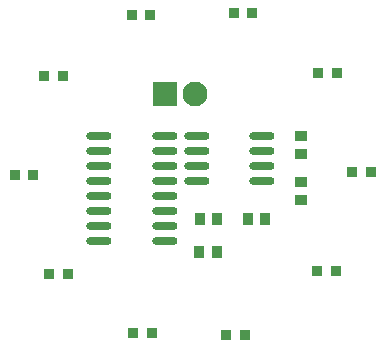
<source format=gts>
G04 Layer: TopSolderMaskLayer*
G04 EasyEDA Pro v2.2.39.2, 2025-06-07 21:32:46*
G04 Gerber Generator version 0.3*
G04 Scale: 100 percent, Rotated: No, Reflected: No*
G04 Dimensions in millimeters*
G04 Leading zeros omitted, absolute positions, 4 integers and 5 decimals*
G04 Generated by one-click*
%FSLAX45Y45*%
%MOMM*%
%AMRoundRect*1,1,$1,$2,$3*1,1,$1,$4,$5*1,1,$1,0-$2,0-$3*1,1,$1,0-$4,0-$5*20,1,$1,$2,$3,$4,$5,0*20,1,$1,$4,$5,0-$2,0-$3,0*20,1,$1,0-$2,0-$3,0-$4,0-$5,0*20,1,$1,0-$4,0-$5,$2,$3,0*4,1,4,$2,$3,$4,$5,0-$2,0-$3,0-$4,0-$5,$2,$3,0*%
%ADD10O,2.1466X0.68961*%
%ADD11RoundRect,0.09691X-1.00183X1.00183X1.00183X1.00183*%
%ADD12C,2.10058*%
%ADD13RoundRect,0.09138X-0.43712X-0.40835X-0.43712X0.40835*%
%ADD14RoundRect,0.09138X-0.40835X0.43712X0.40835X0.43712*%
%ADD15RoundRect,0.09131X-0.40514X0.45514X0.40514X0.45514*%
%ADD16RoundRect,0.0926X-0.40519X-0.40519X-0.40519X0.40519*%
%ADD17RoundRect,0.09131X-0.40519X-0.40519X-0.40519X0.40519*%
G75*


G04 Pad Start*
G54D10*
G01X40259Y317500D03*
G01X40259Y190500D03*
G01X40259Y63500D03*
G01X40259Y-63500D03*
G01X594741Y317500D03*
G01X594741Y190500D03*
G01X594741Y63500D03*
G01X594741Y-63500D03*
G54D11*
G01X-224140Y673100D03*
G54D12*
G01X29860Y673100D03*
G54D13*
G01X926236Y315773D03*
G01X926236Y165100D03*
G01X926236Y-69255D03*
G01X926236Y-219928D03*
G54D14*
G01X60204Y-660400D03*
G01X210877Y-660400D03*
G54D15*
G01X210553Y-381000D03*
G01X70549Y-381000D03*
G01X615292Y-381000D03*
G01X475287Y-381000D03*
G54D10*
G01X-785241Y317500D03*
G01X-789559Y-571500D03*
G01X-789559Y-444500D03*
G01X-785241Y190500D03*
G01X-789559Y-317500D03*
G01X-785241Y63500D03*
G01X-785241Y-63500D03*
G01X-789559Y-190500D03*
G01X-230759Y-571031D03*
G01X-230759Y-444031D03*
G01X-230759Y-317031D03*
G01X-230759Y-190031D03*
G01X-226441Y63969D03*
G01X-226441Y-63031D03*
G01X-226441Y317969D03*
G01X-226441Y190969D03*
G54D17*
G01X-1248410Y825230D03*
G01X-1088390Y825738D03*
G01X-1502176Y-12954D03*
G01X-1342156Y-12446D03*
G01X451226Y-1369521D03*
G01X291206Y-1370029D03*
G01X1355090Y11651D03*
G01X1515110Y12159D03*
G01X-1212108Y-851154D03*
G01X-1052088Y-850646D03*
G01X-499110Y-1346454D03*
G01X-339090Y-1345946D03*
G01X1062990Y-826754D03*
G01X1223010Y-826246D03*
G01X1065022Y850646D03*
G01X1225042Y851154D03*
G01X352667Y1355805D03*
G01X512687Y1356313D03*
G01X-511414Y1345946D03*
G01X-351394Y1346454D03*
G04 Pad End*

M02*


</source>
